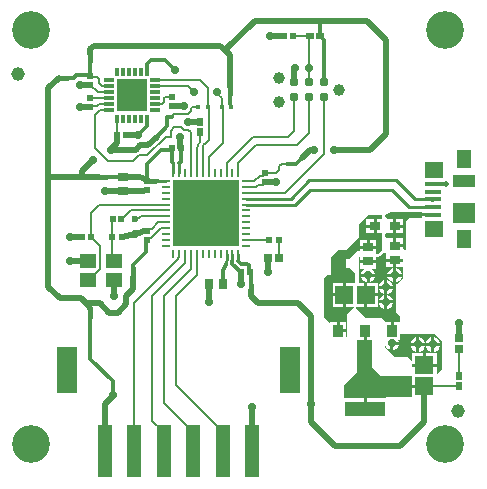
<source format=gbr>
%TF.GenerationSoftware,Altium Limited,Altium Designer,25.0.2 (28)*%
G04 Layer_Physical_Order=1*
G04 Layer_Color=255*
%FSLAX45Y45*%
%MOMM*%
%TF.SameCoordinates,C223F9BF-7E24-4A28-B258-71FBB46568CF*%
%TF.FilePolarity,Positive*%
%TF.FileFunction,Copper,L1,Top,Signal*%
%TF.Part,Single*%
G01*
G75*
%TA.AperFunction,Conductor*%
%ADD10C,0.40000*%
%ADD11C,0.50000*%
%ADD12C,0.30000*%
%ADD13C,0.20000*%
%ADD14C,0.25000*%
%TA.AperFunction,ConnectorPad*%
%ADD15R,1.80000X3.90000*%
%ADD16R,1.30000X4.50000*%
%TA.AperFunction,SMDPad,CuDef*%
%ADD17R,0.60000X0.65000*%
%TA.AperFunction,ConnectorPad*%
%ADD18R,1.38000X0.45000*%
%ADD19R,1.55000X1.42500*%
%ADD20R,1.90000X1.00000*%
%ADD21R,1.90000X1.80000*%
%ADD22R,1.30000X1.65000*%
%TA.AperFunction,SMDPad,CuDef*%
%ADD23R,0.52000X0.56000*%
%ADD24R,0.75000X0.90000*%
%ADD25R,0.55000X0.50000*%
%ADD26R,0.52000X0.52000*%
%ADD27R,1.40000X1.15000*%
%ADD28R,3.50000X1.25000*%
%ADD29R,0.87213X1.00429*%
%TA.AperFunction,BGAPad,CuDef*%
%ADD30C,0.78700*%
%TA.AperFunction,SMDPad,CuDef*%
%ADD31R,5.60000X5.60000*%
%ADD32O,0.25000X0.80000*%
%ADD33O,0.80000X0.25000*%
%ADD34R,2.60000X2.70000*%
%ADD35R,0.35000X0.80000*%
%ADD36R,0.85000X0.35000*%
%ADD37R,0.45000X0.45000*%
%ADD38R,0.50000X0.70000*%
%ADD39R,0.56000X0.52000*%
%ADD40R,0.65000X0.60000*%
%ADD41R,0.90000X0.75000*%
%ADD42R,1.55000X1.50000*%
%ADD43R,0.70000X0.75000*%
%ADD44R,1.50000X1.55000*%
%ADD45R,0.50000X0.60000*%
%ADD46R,0.75000X0.70000*%
%ADD47R,0.95000X0.70000*%
%TA.AperFunction,Conductor*%
%ADD48C,0.26017*%
%TA.AperFunction,ViaPad*%
%ADD49C,1.15200*%
%ADD50C,3.20000*%
%TA.AperFunction,ComponentPad*%
%ADD51C,0.99100*%
%TA.AperFunction,ViaPad*%
%ADD52C,0.70000*%
%ADD53C,0.50000*%
%ADD54C,0.71120*%
%ADD55C,0.60000*%
G36*
X12305600Y7452701D02*
X12400000D01*
Y7427301D01*
X12305600D01*
Y7415000D01*
X12198780D01*
X12175000Y7381029D01*
Y7142033D01*
X12164928Y7135616D01*
X12145400Y7146153D01*
Y7162300D01*
X12074999D01*
Y7175000D01*
X12062299D01*
Y7237900D01*
X12011735D01*
X11992085Y7252716D01*
X11992347Y7263640D01*
X12002100Y7279600D01*
X12012736Y7279600D01*
X12062299D01*
Y7340000D01*
Y7400400D01*
X12015635D01*
X11996049Y7417894D01*
X11996500Y7436667D01*
X12047500Y7465000D01*
X12305600D01*
Y7452701D01*
D02*
G37*
G36*
X11970000Y7400400D02*
X11922700D01*
Y7340000D01*
Y7279600D01*
X11970000D01*
Y7140000D01*
X11935000Y7105000D01*
X11920400D01*
Y7152300D01*
X11850000D01*
X11779600D01*
Y7127900D01*
X11770000Y7137500D01*
X11692500Y7060000D01*
X11660000D01*
Y7000000D01*
X11670000Y6990000D01*
X11700000D01*
X11740000Y6940000D01*
Y6930000D01*
Y6862900D01*
X11662701D01*
Y6760000D01*
Y6657100D01*
X11727100D01*
X11670000Y6600000D01*
Y6410000D01*
X11665006Y6405006D01*
Y6441800D01*
X11596000D01*
Y6454500D01*
X11583300D01*
Y6530114D01*
X11526993D01*
Y6523007D01*
X11480000Y6570000D01*
Y6900000D01*
X11510000Y6930000D01*
X11540000D01*
Y7080000D01*
X11600000Y7140000D01*
X11661250D01*
X11770000Y7248750D01*
Y7360000D01*
X11850000Y7440000D01*
X11970000D01*
Y7400400D01*
D02*
G37*
G36*
X12004600Y7067700D02*
X12074999D01*
X12145400D01*
Y7092100D01*
X12147500Y7090000D01*
X12150000D01*
Y6900000D01*
X12100000Y6850000D01*
X12090000D01*
Y6610000D01*
X12122500Y6577500D01*
Y6530114D01*
X12066700D01*
Y6454499D01*
X12041300D01*
Y6530114D01*
X11990000D01*
Y6540000D01*
X11970000Y6560000D01*
X11830000D01*
X11743842Y6646158D01*
X11745940Y6649296D01*
X11747492Y6657100D01*
X11817300D01*
Y6760000D01*
Y6862900D01*
X11770400D01*
X11777500Y6870000D01*
Y7080000D01*
X11779600Y7082100D01*
Y7057700D01*
X11850000D01*
X11920400D01*
Y7084608D01*
X11934999D01*
X11935000Y7084608D01*
X11942804Y7086160D01*
X11949419Y7090581D01*
X11949420Y7090581D01*
X11973839Y7115000D01*
X12004600D01*
Y7067700D01*
D02*
G37*
G36*
X12473000Y6367000D02*
Y6133000D01*
X12430401Y6090401D01*
Y6152300D01*
X12224601D01*
Y6095399D01*
X12220000Y6100000D01*
Y6200000D01*
X12190000Y6230000D01*
X12080000D01*
X11990000Y6320000D01*
Y6337021D01*
X11998795Y6315786D01*
X12015786Y6298795D01*
X12037300Y6289884D01*
Y6350000D01*
X12050000D01*
Y6362700D01*
X12110116D01*
X12103412Y6378885D01*
X12123006D01*
Y6430000D01*
X12410000D01*
X12473000Y6367000D01*
D02*
G37*
G36*
X11837701Y6378885D02*
X11880000D01*
Y6150000D01*
X11960000Y6070000D01*
X12224601D01*
Y5997700D01*
X12327501D01*
Y5972300D01*
X12224601D01*
Y5896667D01*
X12000000D01*
Y5883400D01*
X11837701D01*
Y5795500D01*
X11812301D01*
Y5883400D01*
X11650000D01*
Y6000000D01*
X11760000Y6110000D01*
Y6378885D01*
X11812301D01*
Y6454500D01*
X11837701D01*
Y6378885D01*
D02*
G37*
%LPC*%
G36*
X12147900Y7400400D02*
X12087699D01*
Y7352700D01*
X12147900D01*
Y7400400D01*
D02*
G37*
G36*
Y7327300D02*
X12087699D01*
Y7279600D01*
X12147900D01*
Y7327300D01*
D02*
G37*
G36*
X12145400Y7237900D02*
X12087699D01*
Y7187700D01*
X12145400D01*
Y7237900D01*
D02*
G37*
G36*
X11897300Y7400400D02*
X11837100D01*
Y7352700D01*
X11897300D01*
Y7400400D01*
D02*
G37*
G36*
Y7327300D02*
X11837100D01*
Y7279600D01*
X11897300D01*
Y7327300D01*
D02*
G37*
G36*
X11920400Y7227900D02*
X11862700D01*
Y7177700D01*
X11920400D01*
Y7227900D01*
D02*
G37*
G36*
X11837300D02*
X11779600D01*
Y7177700D01*
X11837300D01*
Y7227900D01*
D02*
G37*
G36*
X11637301Y6862900D02*
X11549600D01*
Y6772700D01*
X11637301D01*
Y6862900D01*
D02*
G37*
G36*
Y6747300D02*
X11549600D01*
Y6657100D01*
X11637301D01*
Y6747300D01*
D02*
G37*
G36*
X11665006Y6530114D02*
X11608700D01*
Y6467200D01*
X11665006D01*
Y6530114D01*
D02*
G37*
G36*
X12145400Y7042300D02*
X12087699D01*
Y6992100D01*
X12145400D01*
Y7042300D01*
D02*
G37*
G36*
X12062299D02*
X12004600D01*
Y6992100D01*
X12062299D01*
Y7042300D01*
D02*
G37*
G36*
X12087700Y6985116D02*
Y6937700D01*
X12135116D01*
X12126205Y6959214D01*
X12109214Y6976205D01*
X12087700Y6985116D01*
D02*
G37*
G36*
X12062300D02*
X12040786Y6976205D01*
X12023795Y6959214D01*
X12014884Y6937700D01*
X12062300D01*
Y6985116D01*
D02*
G37*
G36*
X11920400Y7032300D02*
X11850000D01*
X11779600D01*
Y6982100D01*
X11830019D01*
X11815786Y6976205D01*
X11798795Y6959214D01*
X11789884Y6937700D01*
X11910116D01*
X11901205Y6959214D01*
X11884214Y6976205D01*
X11869981Y6982100D01*
X11920400D01*
Y7032300D01*
D02*
G37*
G36*
X12135116Y6912300D02*
X12087700D01*
Y6864884D01*
X12109214Y6873795D01*
X12126205Y6890786D01*
X12135116Y6912300D01*
D02*
G37*
G36*
X12062300D02*
X12014884D01*
X12023795Y6890786D01*
X12040786Y6873795D01*
X12062300Y6864884D01*
Y6912300D01*
D02*
G37*
G36*
X11910116D02*
X11862700D01*
Y6864884D01*
X11884214Y6873795D01*
X11901205Y6890786D01*
X11910116Y6912300D01*
D02*
G37*
G36*
X11837300D02*
X11789884D01*
X11798795Y6890786D01*
X11815786Y6873795D01*
X11837300Y6864884D01*
Y6912300D01*
D02*
G37*
G36*
X12012700Y6885116D02*
Y6837700D01*
X12060116D01*
X12051204Y6859214D01*
X12034214Y6876205D01*
X12012700Y6885116D01*
D02*
G37*
G36*
X11987300D02*
X11965786Y6876205D01*
X11948795Y6859214D01*
X11939884Y6837700D01*
X11987300D01*
Y6885116D01*
D02*
G37*
G36*
X11930400Y6862900D02*
X11842700D01*
Y6772700D01*
X11930400D01*
Y6862900D01*
D02*
G37*
G36*
X12060116Y6812300D02*
X12012700D01*
Y6764884D01*
X12034214Y6773795D01*
X12051204Y6790786D01*
X12060116Y6812300D01*
D02*
G37*
G36*
X11987300D02*
X11939884D01*
X11948795Y6790786D01*
X11965786Y6773795D01*
X11987300Y6764884D01*
Y6812300D01*
D02*
G37*
G36*
X12012700Y6760116D02*
Y6712700D01*
X12060116D01*
X12051204Y6734214D01*
X12034214Y6751205D01*
X12012700Y6760116D01*
D02*
G37*
G36*
X11987300D02*
X11965786Y6751205D01*
X11948795Y6734214D01*
X11939884Y6712700D01*
X11987300D01*
Y6760116D01*
D02*
G37*
G36*
X11930400Y6747300D02*
X11842700D01*
Y6657100D01*
X11930400D01*
Y6747300D01*
D02*
G37*
G36*
X12060116Y6687300D02*
X12012700D01*
Y6639884D01*
X12034214Y6648795D01*
X12051204Y6665786D01*
X12060116Y6687300D01*
D02*
G37*
G36*
X11987300D02*
X11939884D01*
X11948795Y6665786D01*
X11965786Y6648795D01*
X11987300Y6639884D01*
Y6687300D01*
D02*
G37*
G36*
X12412700Y6400116D02*
Y6352700D01*
X12460116D01*
X12451205Y6374214D01*
X12434214Y6391205D01*
X12412700Y6400116D01*
D02*
G37*
G36*
X12387300D02*
X12365786Y6391205D01*
X12348795Y6374214D01*
X12339884Y6352700D01*
X12387300D01*
Y6400116D01*
D02*
G37*
G36*
X12282700D02*
Y6352700D01*
X12330116D01*
X12321205Y6374214D01*
X12304214Y6391205D01*
X12282700Y6400116D01*
D02*
G37*
G36*
X12257300D02*
X12235786Y6391205D01*
X12218795Y6374214D01*
X12209884Y6352700D01*
X12257300D01*
Y6400116D01*
D02*
G37*
G36*
X12110116Y6337300D02*
X12062700D01*
Y6289884D01*
X12084214Y6298795D01*
X12101205Y6315786D01*
X12110116Y6337300D01*
D02*
G37*
G36*
X12460116Y6327300D02*
X12412700D01*
Y6279884D01*
X12434214Y6288795D01*
X12451205Y6305786D01*
X12460116Y6327300D01*
D02*
G37*
G36*
X12387300D02*
X12339884D01*
X12348795Y6305786D01*
X12365786Y6288795D01*
X12387300Y6279884D01*
Y6327300D01*
D02*
G37*
G36*
X12330116D02*
X12282700D01*
Y6279884D01*
X12304214Y6288795D01*
X12321205Y6305786D01*
X12330116Y6327300D01*
D02*
G37*
G36*
X12257300D02*
X12209884D01*
X12218795Y6305786D01*
X12235786Y6288795D01*
X12257300Y6279884D01*
Y6327300D01*
D02*
G37*
G36*
X12430401Y6265400D02*
X12340201D01*
Y6177700D01*
X12430401D01*
Y6265400D01*
D02*
G37*
G36*
X12314801D02*
X12224601D01*
Y6177700D01*
X12314801D01*
Y6265400D01*
D02*
G37*
%LPD*%
D10*
X9977501Y7726000D02*
G03*
X9979914Y7725000I2414J2414D01*
G01*
X10050000D01*
X10680000Y8460000D02*
Y8520000D01*
X9500000Y8740000D02*
Y8800000D01*
X9230000Y8600000D02*
X9300000D01*
X9860000Y6910000D02*
Y6990000D01*
X9570000Y7760000D02*
X9630000D01*
X9500000Y6570000D02*
Y6650000D01*
X10860000Y6800000D02*
Y6840000D01*
D11*
X9977501Y7726000D02*
G03*
X9895418Y7759999I-82082J-82082D01*
G01*
X9949000Y7298000D02*
G03*
X9934277Y7295523I1J-45000D01*
G01*
X9953359Y7640000D02*
G03*
X9977501Y7650000I0J34142D01*
G01*
X9140000Y6830000D02*
X9240000Y6730000D01*
X9420000D01*
X9140000Y6830000D02*
Y7760000D01*
X11260000Y6690000D02*
X11370000Y6580000D01*
Y5840000D02*
Y6580000D01*
X9990000Y8030000D02*
X10060000Y8100000D01*
X9922218Y8030000D02*
X9990000D01*
X9140000Y8510000D02*
X9230000Y8600000D01*
X9140000Y7760000D02*
Y8510000D01*
X11440000Y9080000D02*
X11840000D01*
X10890000D02*
X11440000D01*
X10640000Y8830000D02*
X10890000Y9080000D01*
X12000000Y8120000D02*
Y8920000D01*
X11840000Y9080000D02*
X12000000Y8920000D01*
X11870000Y7990000D02*
X12000000Y8120000D01*
X11560000Y7990000D02*
X11870000D01*
X11360000D02*
X11390000D01*
X11290000Y7920000D02*
X11360000Y7990000D01*
X10640000Y8830000D02*
X10680000Y8790000D01*
X10600000Y8870000D02*
X10640000Y8830000D01*
X11227000Y8677000D02*
X11230000Y8680000D01*
X11227000Y8561900D02*
Y8677000D01*
X11020000Y8950000D02*
X11137000D01*
X9670000Y7990000D02*
X9882218D01*
X9922218Y8030000D01*
X9724000Y8110000D02*
X9724500Y8109500D01*
Y8049912D02*
Y8109500D01*
X9670000Y7995412D02*
X9724500Y8049912D01*
X9670000Y7990000D02*
Y7995412D01*
X9430000Y7760000D02*
X9570000D01*
X9140000D02*
X9430000D01*
Y7810000D01*
X9520000Y7900000D01*
X10680000Y8520000D02*
Y8790000D01*
X9530000Y8870000D02*
X10600000D01*
X9500000Y8800000D02*
Y8840000D01*
X9530000Y8870000D01*
X9460000Y6690000D02*
X9500000Y6650000D01*
X9420000Y6730000D02*
X9460000Y6690000D01*
X9860000Y6810000D02*
Y6910000D01*
X9800000Y6750000D02*
X9860000Y6810000D01*
X9800000Y6680000D02*
Y6750000D01*
X9730000Y6610000D02*
X9800000Y6680000D01*
X9660000Y6610000D02*
X9730000D01*
X9580000Y6690000D02*
X9660000Y6610000D01*
X9460000Y6690000D02*
X9580000D01*
X9777501Y7759999D02*
X9895418D01*
X9620000Y5834285D02*
X9690000Y5904285D01*
Y5910000D01*
X11370000Y5680000D02*
X11570000Y5480000D01*
X11370000Y5680000D02*
Y5840000D01*
X9620000Y5440000D02*
Y5834285D01*
X10860000Y6750000D02*
Y6800000D01*
Y6750000D02*
X10920000Y6690000D01*
X11260000D01*
X11570000Y5480000D02*
X12120000D01*
X12327501Y5687501D01*
Y5985000D01*
X10870000Y5440000D02*
Y5810000D01*
X12620000Y6397500D02*
Y6520000D01*
X9949000Y7298000D02*
X9974000Y7298000D01*
X9949000Y7298000D02*
X9949000D01*
X9875000Y7275000D02*
X9934277Y7295523D01*
X9974000Y7298000D02*
X9975000Y7301000D01*
X9766000Y7251000D02*
X9875000Y7275000D01*
X9765000Y7250000D02*
X9766000Y7251000D01*
X9700000Y6750000D02*
Y6890000D01*
X9325000Y7050000D02*
X9480000D01*
X9325000Y7250000D02*
X9425000D01*
X9777501Y7640000D02*
X9953359D01*
X9625000D02*
X9777501D01*
X9625000D02*
Y7650000D01*
X11002501Y6950000D02*
Y7075000D01*
X11000000Y6950000D02*
X11002501D01*
X10777501Y6850000D02*
Y6950000D01*
X10775000Y6850000D02*
X10777501D01*
X10500000Y6700000D02*
Y6850000D01*
X10505000D01*
X10975000Y7712000D02*
X11075000D01*
X10325000Y8225000D02*
X10425000D01*
X10191000Y8360000D02*
X10290000D01*
X10190000Y8362000D02*
X10191000Y8360000D01*
X10260000Y8001000D02*
Y8100000D01*
Y8001000D02*
X10263000Y8000000D01*
X9800000Y8110000D02*
X9900000D01*
X9410000Y8349000D02*
X9500000D01*
X9410000Y8537000D02*
X9500000D01*
X9410000D02*
Y8540000D01*
D12*
X10680000Y8380180D02*
G03*
X10692501Y8350000I42681J0D01*
G01*
X10628167Y6981335D02*
G03*
X10625000Y6967918I26834J-13417D01*
G01*
X9977501Y8650000D02*
Y8717501D01*
X10130000Y8750000D02*
X10220000Y8660000D01*
X10010000Y8750000D02*
X10130000D01*
X9977501Y8717501D02*
X10010000Y8750000D01*
X9977501Y8187501D02*
Y8250000D01*
X9900000Y8110000D02*
X9977501Y8187501D01*
X12400000Y7700000D02*
X12510000D01*
X9977501Y7726000D02*
Y7867501D01*
X10177000Y7990000D02*
X10187000Y8000000D01*
X10100000Y7990000D02*
X10177000D01*
X9977501Y7867501D02*
X10100000Y7990000D01*
X11440000Y9080000D02*
X11442500Y9077500D01*
Y8950000D02*
Y9077500D01*
X11160000Y7870000D02*
X11240000D01*
X11290000Y7920000D01*
X11442500Y8950000D02*
X11445000D01*
X11481000Y8561900D02*
Y8914000D01*
X11445000Y8950000D02*
X11481000Y8914000D01*
X10150000Y8270000D02*
X10190000D01*
X10150000Y8190000D02*
Y8270000D01*
X10060000Y8100000D02*
X10150000Y8190000D01*
X10680000Y8380180D02*
Y8460000D01*
X9500000Y8613000D02*
Y8740000D01*
X9493000Y8620000D02*
X9500000Y8613000D01*
X9380000Y8620000D02*
X9493000D01*
X9300000Y8600000D02*
X9360000D01*
X9380000Y8620000D01*
X9970000Y7220000D02*
X9975000Y7225000D01*
X9970000Y7120000D02*
Y7220000D01*
X9860000Y7010000D02*
X9970000Y7120000D01*
X9860000Y6990000D02*
Y7010000D01*
X9630000Y7760000D02*
X9630001Y7759999D01*
X9777501D01*
X9500000Y6220000D02*
Y6570000D01*
X9690000Y5910000D02*
Y6030000D01*
X9500000Y6220000D02*
X9690000Y6030000D01*
X10840501Y6961000D02*
X10860000Y6941500D01*
Y6840000D02*
Y6941500D01*
X10625000Y6850000D02*
Y6967918D01*
X10628167Y6981335D02*
X10650000Y7025000D01*
X10700000Y7025500D02*
Y7050000D01*
X10750000D02*
X10775000Y7025000D01*
X10700000Y7025500D02*
X10775501Y6950000D01*
X10777501D01*
X10775000Y7025000D02*
X10825000D01*
X10840501Y7009499D01*
Y6961000D02*
Y7009499D01*
X10250000Y7875000D02*
X10263000Y7888000D01*
Y8000000D01*
X10187000Y7888000D02*
Y8000000D01*
Y7888000D02*
X10200000Y7875000D01*
X10050000Y7725000D02*
X10075000D01*
D13*
X10422888Y8045777D02*
G03*
X10424975Y8054663I-17914J8894D01*
G01*
X10402176Y8004353D02*
G03*
X10400066Y7995215I17889J-8945D01*
G01*
X10460819Y8032196D02*
G03*
X10461606Y8033875I-35819J17804D01*
G01*
X10454612Y8019782D02*
G03*
X10452501Y8010837I17889J-8944D01*
G01*
X10466367Y8041367D02*
G03*
X10462245Y8035326I14181J-14104D01*
G01*
X10817501Y7625000D02*
X11150000D01*
X11475000Y7950000D01*
Y8428900D01*
X11352000Y8563900D02*
Y8678000D01*
Y8563900D02*
X11354000Y8561900D01*
X11350000Y8680000D02*
X11352000Y8678000D01*
X9685000Y7065000D02*
X9700000Y7050000D01*
X9685000Y7065000D02*
Y7250000D01*
X10050001Y8575000D02*
X10425000D01*
X10492501Y8507499D01*
X10050001Y8525000D02*
X10325000D01*
X10375000Y8475000D01*
X10140000Y8100000D02*
X10180000D01*
X9980000Y7940000D02*
X10140000Y8100000D01*
X9910000Y7940000D02*
X9980000D01*
X11120000Y7870000D02*
X11160000D01*
X11100000Y7820000D02*
Y7850000D01*
X11120000Y7870000D01*
X10975000Y7788000D02*
X11068000D01*
X11100000Y7820000D01*
X11350000Y8942500D02*
X11357500Y8950000D01*
X11350000Y8680000D02*
Y8942500D01*
X10366716Y8350000D02*
X10412501D01*
X10355000Y8316716D02*
Y8338284D01*
X10366716Y8350000D01*
X10328284Y8290000D02*
X10355000Y8316716D01*
X10210000Y8290000D02*
X10328284D01*
X10190000Y8270000D02*
X10210000Y8290000D01*
Y8180000D02*
X10270000D01*
X10180000Y8150000D02*
X10210000Y8180000D01*
X10180000Y8100000D02*
Y8150000D01*
X10270000Y8180000D02*
X10290000Y8160000D01*
X10352501Y7790000D02*
Y8137499D01*
X10290000Y8160000D02*
X10330000D01*
X10352501Y8137499D01*
X9860000Y7890000D02*
X9910000Y7940000D01*
X9727501Y8110000D02*
Y8250000D01*
X9540000Y8280000D02*
X9585000Y8325000D01*
X9655001D01*
X9540000Y8000000D02*
Y8280000D01*
Y8000000D02*
X9650000Y7890000D01*
X9860000D01*
X10052501Y8377500D02*
X10104927D01*
X10122501Y8395074D02*
Y8426284D01*
X10050001Y8375000D02*
X10052501Y8377500D01*
X10104927D02*
X10122501Y8395074D01*
Y8426284D02*
X10134217Y8438000D01*
X10190000D01*
X9870000Y6689895D02*
X10245001Y7064896D01*
X9870000Y5440000D02*
Y6689895D01*
X10245001Y7064896D02*
Y7073647D01*
X10252501Y7081147D02*
Y7110000D01*
X10245001Y7073647D02*
X10252501Y7081147D01*
X10225000Y5995000D02*
X10620000Y5600000D01*
Y5440000D02*
Y5600000D01*
X10125000Y5845000D02*
X10370000Y5600000D01*
Y5440000D02*
Y5600000D01*
X10025000Y5695000D02*
X10120000Y5600000D01*
Y5440000D02*
Y5600000D01*
X10136544Y7324043D02*
X10137501Y7325000D01*
X10094469Y7324043D02*
X10136544D01*
X10013426Y7243000D02*
X10094469Y7324043D01*
X9991000Y7243000D02*
X10013426D01*
X9975000Y7225000D02*
Y7227000D01*
X9991000Y7243000D01*
X10019000Y7319000D02*
X10075000Y7375000D01*
X9991000Y7319000D02*
X10019000D01*
X9975000Y7303000D02*
X9991000Y7319000D01*
X10075000Y7375000D02*
X10137501D01*
X9975000Y7301000D02*
Y7303000D01*
X10932501Y7770000D02*
X10959000D01*
X10975000Y7786000D01*
Y7788000D01*
X10817501Y7725000D02*
X10887501D01*
X10932501Y7770000D01*
X10921492Y7694000D02*
X10959000D01*
X10902492Y7675000D02*
X10921492Y7694000D01*
X10817501Y7675000D02*
X10902492D01*
X10424974Y8117500D02*
X10425000Y8140000D01*
X10424974Y8054663D02*
Y8117500D01*
X10402176Y8004353D02*
X10422888Y8045777D01*
X10400065Y7995215D02*
X10400067Y7995134D01*
X10402501Y7817500D01*
Y7790000D02*
Y7817500D01*
X10461606Y8033875D02*
X10462245Y8035326D01*
X10454612Y8019782D02*
X10460819Y8032196D01*
X10452501Y7790000D02*
Y8010837D01*
X10466367Y8041367D02*
X10500000Y8075000D01*
X9724000Y8110000D02*
X9727501D01*
X9500000Y8535000D02*
Y8537000D01*
X12620000Y6075000D02*
Y6302500D01*
X12327501Y5985000D02*
X12620000D01*
X11213000Y8950000D02*
X11357500D01*
X9508750Y8357749D02*
X9556000D01*
X9573250Y8375000D01*
X9500000Y8349000D02*
X9508750Y8357749D01*
X10612501Y8350000D02*
Y8423969D01*
X10575000Y8461470D02*
X10612501Y8423969D01*
X10575000Y8461470D02*
Y8475000D01*
X10492501Y8350000D02*
Y8507499D01*
X9500000Y8613000D02*
X9505716Y8607284D01*
X9556000D02*
X9575000Y8588284D01*
Y8552575D02*
Y8588284D01*
X9505716Y8607284D02*
X9556000D01*
X9600075Y8527500D02*
X9652501D01*
X9655001Y8525000D01*
X9575000Y8552575D02*
X9600075Y8527500D01*
X9560000Y8475000D02*
X9655001D01*
X9500000Y8535000D02*
X9560000Y8475000D01*
X9573250Y8375000D02*
X9655001D01*
X9500000Y8425000D02*
X9655001D01*
X11097501Y7075000D02*
Y7225000D01*
X10817501Y7225000D02*
X11007501D01*
X11007501Y7225000D01*
X10502501Y7927501D02*
X10625000Y8050000D01*
X10502501Y7790000D02*
Y7927501D01*
X10625000Y8050000D02*
Y8337501D01*
X10492501Y8350000D02*
X10500000Y8342501D01*
Y8075000D02*
Y8342501D01*
X10612501Y8350000D02*
X10625000Y8337501D01*
X11225000Y8432900D02*
X11227000Y8434900D01*
X11225000Y8150000D02*
Y8432900D01*
X11175000Y8100000D02*
X11225000Y8150000D01*
X10875000Y8100000D02*
X11175000D01*
X10652501Y7877501D02*
X10875000Y8100000D01*
X10900000Y8025000D02*
X11250000D01*
X10752501Y7877501D02*
X10900000Y8025000D01*
X10652501Y7790000D02*
Y7877501D01*
X11250000Y8025000D02*
X11354000Y8129000D01*
X10752501Y7790000D02*
Y7877501D01*
X11354000Y8129000D02*
Y8434900D01*
X11475000Y8428900D02*
X11481000Y8434900D01*
X10225000Y5995000D02*
Y6750000D01*
X10402501Y6927500D01*
Y7110000D01*
X10352501Y6977501D02*
Y7110000D01*
X10125000Y6750000D02*
X10352501Y6977501D01*
X10125000Y5845000D02*
Y6750000D01*
X10025000D02*
X10302501Y7027501D01*
Y7110000D01*
X10025000Y5695000D02*
Y6750000D01*
X9907654Y7407653D02*
X9925000Y7425000D01*
X9875000Y7400000D02*
X9882654Y7407653D01*
X9925000Y7425000D02*
X10137501D01*
X9882654Y7407653D02*
X9907654D01*
X9840000Y7475000D02*
X10137501D01*
X9765000Y7400000D02*
X9840000Y7475000D01*
X9480000Y6890000D02*
X9492500D01*
X9505000Y7250000D02*
X9580000Y7175000D01*
Y6977500D02*
Y7175000D01*
X9492500Y6890000D02*
X9580000Y6977500D01*
X9505000Y7250000D02*
Y7455000D01*
X9685000Y7250000D02*
X9686250Y7251250D01*
Y7398750D02*
X9687500Y7400000D01*
X9686250Y7251250D02*
Y7398750D01*
X9762500Y7400000D02*
X9765000D01*
X9505000Y7455000D02*
X9575000Y7525000D01*
X10137501D01*
D14*
X10250000Y7796037D02*
G03*
X10252501Y7790000I8538J0D01*
G01*
X10250000Y7796037D02*
Y7875000D01*
X10650000Y7025000D02*
X10652501Y7082500D01*
Y7110000D01*
X10702501Y7082500D02*
Y7110000D01*
X10700000Y7050000D02*
X10702501Y7082500D01*
X10750000Y7050000D02*
X10752501Y7082500D01*
Y7110000D01*
X10202501Y7790000D02*
Y7817500D01*
X10200000Y7875000D02*
X10202501Y7817500D01*
D15*
X11190000Y6120000D02*
D03*
X9300000D02*
D03*
D16*
X10870000Y5440000D02*
D03*
X10620000D02*
D03*
X10370000D02*
D03*
X10120000D02*
D03*
X9870000D02*
D03*
X9620000D02*
D03*
D17*
X10425000Y8225000D02*
D03*
Y8140000D02*
D03*
D18*
X12400000Y7700000D02*
D03*
Y7635000D02*
D03*
Y7570000D02*
D03*
Y7505000D02*
D03*
Y7440000D02*
D03*
D19*
X12408500Y7818750D02*
D03*
Y7321250D02*
D03*
D20*
X12666000Y7725000D02*
D03*
D21*
Y7455000D02*
D03*
D22*
Y7907500D02*
D03*
Y7232500D02*
D03*
D23*
X10975000Y7788000D02*
D03*
Y7712000D02*
D03*
X9975000Y7225000D02*
D03*
Y7301000D02*
D03*
X9500000Y8425000D02*
D03*
Y8349000D02*
D03*
X10190000Y8438000D02*
D03*
Y8362000D02*
D03*
X9500000Y8613000D02*
D03*
Y8537000D02*
D03*
X9977501Y7726000D02*
D03*
Y7650000D02*
D03*
D24*
X10625000Y6850000D02*
D03*
X10505000D02*
D03*
D25*
X9687500Y7400000D02*
D03*
X9762500D02*
D03*
D26*
X9765000Y7250000D02*
D03*
X9685000D02*
D03*
X9425000D02*
D03*
X9505000D02*
D03*
D27*
X9480000Y6890000D02*
D03*
X9700000D02*
D03*
Y7050000D02*
D03*
X9480000D02*
D03*
D28*
X11825000Y5795500D02*
D03*
D29*
X11596000Y6454500D02*
D03*
X11825000D02*
D03*
X12054000D02*
D03*
D30*
X11227000Y8434900D02*
D03*
Y8561900D02*
D03*
X11354000D02*
D03*
X11481000Y8434900D02*
D03*
Y8561900D02*
D03*
X11354000Y8434900D02*
D03*
D31*
X10477501Y7450000D02*
D03*
D32*
X10202501Y7790000D02*
D03*
X10252501D02*
D03*
X10302501D02*
D03*
X10352501D02*
D03*
X10402501D02*
D03*
X10452501D02*
D03*
X10502501D02*
D03*
X10552501D02*
D03*
X10602501D02*
D03*
X10652501D02*
D03*
X10702501D02*
D03*
X10752501D02*
D03*
Y7110000D02*
D03*
X10702501D02*
D03*
X10652501D02*
D03*
X10602501D02*
D03*
X10552501D02*
D03*
X10502501D02*
D03*
X10452501D02*
D03*
X10402501D02*
D03*
X10352501D02*
D03*
X10302501D02*
D03*
X10252501D02*
D03*
X10202501D02*
D03*
D33*
X10817501Y7725000D02*
D03*
Y7675000D02*
D03*
Y7625000D02*
D03*
Y7575000D02*
D03*
Y7525000D02*
D03*
Y7475000D02*
D03*
Y7425000D02*
D03*
Y7375000D02*
D03*
Y7325000D02*
D03*
Y7275000D02*
D03*
Y7225000D02*
D03*
Y7175000D02*
D03*
X10137501D02*
D03*
Y7225000D02*
D03*
Y7275000D02*
D03*
Y7325000D02*
D03*
Y7375000D02*
D03*
Y7425000D02*
D03*
Y7475000D02*
D03*
Y7525000D02*
D03*
Y7575000D02*
D03*
Y7625000D02*
D03*
Y7675000D02*
D03*
Y7725000D02*
D03*
D34*
X9852501Y8450000D02*
D03*
D35*
X9727501Y8250000D02*
D03*
X9777501D02*
D03*
X9827501D02*
D03*
X9877501D02*
D03*
X9927501D02*
D03*
X9977501D02*
D03*
X9727501Y8650000D02*
D03*
X9777501D02*
D03*
X9827501D02*
D03*
X9877501D02*
D03*
X9927501D02*
D03*
X9977501D02*
D03*
D36*
X10050001Y8325000D02*
D03*
Y8375000D02*
D03*
Y8425000D02*
D03*
Y8475000D02*
D03*
Y8525000D02*
D03*
Y8575000D02*
D03*
X9655001Y8325000D02*
D03*
Y8375000D02*
D03*
Y8425000D02*
D03*
Y8475000D02*
D03*
Y8525000D02*
D03*
Y8575000D02*
D03*
D37*
X10612501Y8350000D02*
D03*
X10692501D02*
D03*
X10492501D02*
D03*
X10412501D02*
D03*
D38*
X12620000Y5985000D02*
D03*
Y6075000D02*
D03*
D39*
X11213000Y8950000D02*
D03*
X11137000D02*
D03*
X10853501Y6950000D02*
D03*
X10777501D02*
D03*
X10187000Y8000000D02*
D03*
X10263000D02*
D03*
X9724000Y8110000D02*
D03*
X9800000D02*
D03*
D40*
X11357500Y8950000D02*
D03*
X11442500D02*
D03*
D41*
X9777501Y7640000D02*
D03*
Y7759999D02*
D03*
X11850000Y7045000D02*
D03*
Y7165000D02*
D03*
X12075000Y7055000D02*
D03*
Y7175000D02*
D03*
D42*
X12327501Y5985000D02*
D03*
Y6165000D02*
D03*
D43*
X12620000Y6397500D02*
D03*
Y6302500D02*
D03*
D44*
X11650000Y6760000D02*
D03*
X11830000D02*
D03*
D45*
X11007501Y7225000D02*
D03*
X11097501D02*
D03*
D46*
X11002501Y7075000D02*
D03*
X11097501D02*
D03*
D47*
X12075000Y7340000D02*
D03*
X11910000D02*
D03*
D48*
X12195000Y7505000D02*
X12400000D01*
X12050000Y7650000D02*
X12195000Y7505000D01*
X11360000Y7650000D02*
X12050000D01*
X12250000Y7570000D02*
X12381337D01*
X12090000Y7730000D02*
X12250000Y7570000D01*
X11235000Y7525000D02*
X11360000Y7650000D01*
X10817501Y7525000D02*
X11235000D01*
X10817501Y7575000D02*
X11194999D01*
X11350000Y7730000D01*
X12381337Y7570000D02*
X12390669Y7560669D01*
X11350000Y7730000D02*
X12090000D01*
X12390669Y7560669D02*
X12400000Y7570000D01*
X10075000Y7725000D02*
X10075000Y7725000D01*
X10137501D01*
D49*
X12610000Y5780000D02*
D03*
X8890000Y8630000D02*
D03*
D50*
X9000000Y9000000D02*
D03*
Y5500000D02*
D03*
X12500000Y9000000D02*
D03*
Y5500000D02*
D03*
D51*
X11608000Y8498400D02*
D03*
X11100000Y8600000D02*
D03*
Y8396800D02*
D03*
D52*
X10220000Y8660000D02*
D03*
X11560000Y7990000D02*
D03*
X11390000D02*
D03*
X11350000Y8680000D02*
D03*
X11230000D02*
D03*
X11020000Y8950000D02*
D03*
X9670000Y7990000D02*
D03*
X9520000Y7900000D02*
D03*
X11370000Y5840000D02*
D03*
X10870000Y5810000D02*
D03*
X12620000Y6520000D02*
D03*
X12400000Y6340000D02*
D03*
X12270000D02*
D03*
X12050000Y6350000D02*
D03*
X12000000Y6700000D02*
D03*
Y6825000D02*
D03*
X12075000Y6925000D02*
D03*
X11850000D02*
D03*
X9875000Y7275000D02*
D03*
X9625000Y7640000D02*
D03*
X9325000Y7250000D02*
D03*
Y7050000D02*
D03*
X9700000Y6750000D02*
D03*
X11000000Y6950000D02*
D03*
X10775000Y6850000D02*
D03*
X10500000Y6700000D02*
D03*
X11075000Y7712000D02*
D03*
X10325000Y8225000D02*
D03*
X10290000Y8360000D02*
D03*
X10260000Y8100000D02*
D03*
X9900000Y8110000D02*
D03*
X9410000Y8349000D02*
D03*
Y8537000D02*
D03*
X10575000Y8475000D02*
D03*
X10375000D02*
D03*
D53*
X12510000Y7700000D02*
D03*
X10697501Y7230000D02*
D03*
X10587501D02*
D03*
X10477501D02*
D03*
X10367501D02*
D03*
X10257501D02*
D03*
X10697501Y7340000D02*
D03*
X10587501D02*
D03*
X10477501D02*
D03*
X10367501D02*
D03*
X10257501D02*
D03*
X10697501Y7450000D02*
D03*
X10587501D02*
D03*
X10477501D02*
D03*
X10367501D02*
D03*
X10257501D02*
D03*
X10697501Y7560000D02*
D03*
X10587501D02*
D03*
X10477501D02*
D03*
X10367501D02*
D03*
X10257501D02*
D03*
X10697501Y7670000D02*
D03*
X10587501D02*
D03*
X10477501D02*
D03*
X10367501D02*
D03*
X10257501D02*
D03*
X9907501Y8505000D02*
D03*
Y8395000D02*
D03*
X9797501D02*
D03*
Y8505000D02*
D03*
D54*
X9690000Y5910000D02*
D03*
D55*
X9875000Y7400000D02*
D03*
%TF.MD5,4c3de116a963f6f532b0062e99986559*%
M02*

</source>
